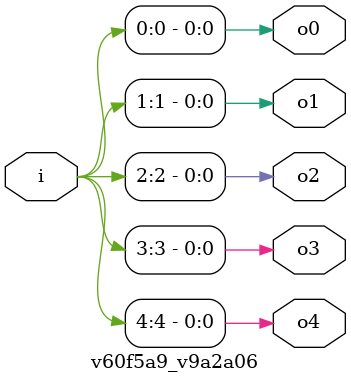
<source format=v>
module v60f5a9_v9a2a06 (
 input [4:0] i,
 output o4,
 output o3,
 output o2,
 output o1,
 output o0
);
 assign o4 = i[4];
 assign o3 = i[3];
 assign o2 = i[2];
 assign o1 = i[1];
 assign o0 = i[0];
endmodule
</source>
